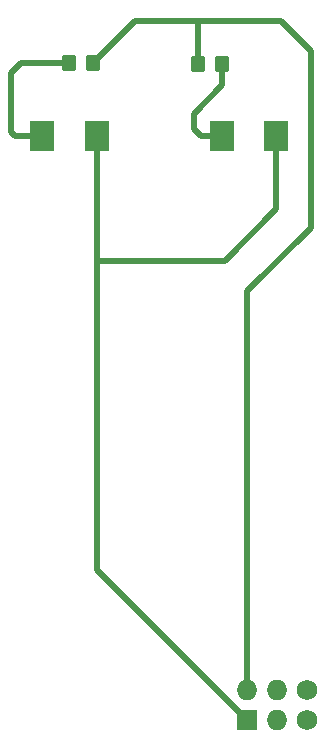
<source format=gbl>
G04 #@! TF.GenerationSoftware,KiCad,Pcbnew,8.0.3*
G04 #@! TF.CreationDate,2024-07-03T11:21:14-05:00*
G04 #@! TF.ProjectId,JiggleBilly,4a696767-6c65-4426-996c-6c792e6b6963,rev?*
G04 #@! TF.SameCoordinates,Original*
G04 #@! TF.FileFunction,Copper,L2,Bot*
G04 #@! TF.FilePolarity,Positive*
%FSLAX46Y46*%
G04 Gerber Fmt 4.6, Leading zero omitted, Abs format (unit mm)*
G04 Created by KiCad (PCBNEW 8.0.3) date 2024-07-03 11:21:14*
%MOMM*%
%LPD*%
G01*
G04 APERTURE LIST*
G04 Aperture macros list*
%AMRoundRect*
0 Rectangle with rounded corners*
0 $1 Rounding radius*
0 $2 $3 $4 $5 $6 $7 $8 $9 X,Y pos of 4 corners*
0 Add a 4 corners polygon primitive as box body*
4,1,4,$2,$3,$4,$5,$6,$7,$8,$9,$2,$3,0*
0 Add four circle primitives for the rounded corners*
1,1,$1+$1,$2,$3*
1,1,$1+$1,$4,$5*
1,1,$1+$1,$6,$7*
1,1,$1+$1,$8,$9*
0 Add four rect primitives between the rounded corners*
20,1,$1+$1,$2,$3,$4,$5,0*
20,1,$1+$1,$4,$5,$6,$7,0*
20,1,$1+$1,$6,$7,$8,$9,0*
20,1,$1+$1,$8,$9,$2,$3,0*%
G04 Aperture macros list end*
G04 #@! TA.AperFunction,ComponentPad*
%ADD10O,1.727200X1.727200*%
G04 #@! TD*
G04 #@! TA.AperFunction,ComponentPad*
%ADD11R,1.727200X1.727200*%
G04 #@! TD*
G04 #@! TA.AperFunction,ComponentPad*
%ADD12C,1.727200*%
G04 #@! TD*
G04 #@! TA.AperFunction,SMDPad,CuDef*
%ADD13R,2.000000X2.500000*%
G04 #@! TD*
G04 #@! TA.AperFunction,SMDPad,CuDef*
%ADD14RoundRect,0.250000X0.350000X0.450000X-0.350000X0.450000X-0.350000X-0.450000X0.350000X-0.450000X0*%
G04 #@! TD*
G04 #@! TA.AperFunction,SMDPad,CuDef*
%ADD15RoundRect,0.250000X-0.350000X-0.450000X0.350000X-0.450000X0.350000X0.450000X-0.350000X0.450000X0*%
G04 #@! TD*
G04 #@! TA.AperFunction,Conductor*
%ADD16C,0.500000*%
G04 #@! TD*
G04 APERTURE END LIST*
D10*
X116531700Y-136430700D03*
D11*
X116531700Y-138970700D03*
D10*
X119071700Y-136430700D03*
X119071700Y-138970700D03*
D12*
X121611700Y-136430700D03*
X121611700Y-138970700D03*
D13*
X119014000Y-89500000D03*
X114414000Y-89500000D03*
D14*
X103489000Y-83312000D03*
X101489000Y-83312000D03*
D13*
X103800000Y-89500000D03*
X99200000Y-89500000D03*
D15*
X112411000Y-83439000D03*
X114411000Y-83439000D03*
D16*
X99200000Y-89500000D02*
X96866000Y-89500000D01*
X97409000Y-83312000D02*
X101489000Y-83312000D01*
X96520000Y-84201000D02*
X97409000Y-83312000D01*
X96866000Y-89500000D02*
X96520000Y-89154000D01*
X96520000Y-89154000D02*
X96520000Y-84201000D01*
X116531700Y-138970700D02*
X103800000Y-126239000D01*
X103800000Y-126239000D02*
X103800000Y-100076000D01*
X103800000Y-100076000D02*
X103800000Y-89500000D01*
X119014000Y-95743000D02*
X114681000Y-100076000D01*
X114681000Y-100076000D02*
X103800000Y-100076000D01*
X119014000Y-89500000D02*
X119014000Y-95743000D01*
X114411000Y-85233000D02*
X114411000Y-83439000D01*
X112014000Y-87630000D02*
X114411000Y-85233000D01*
X112014000Y-88900000D02*
X112014000Y-87630000D01*
X114414000Y-89500000D02*
X112614000Y-89500000D01*
X112614000Y-89500000D02*
X112014000Y-88900000D01*
X112411000Y-83439000D02*
X112411000Y-79899000D01*
X116531700Y-102670300D02*
X121920000Y-97282000D01*
X119380000Y-79756000D02*
X112268000Y-79756000D01*
X121920000Y-97282000D02*
X121920000Y-82296000D01*
X112411000Y-79899000D02*
X112268000Y-79756000D01*
X121920000Y-82296000D02*
X119380000Y-79756000D01*
X107045000Y-79756000D02*
X103489000Y-83312000D01*
X112268000Y-79756000D02*
X107045000Y-79756000D01*
X116531700Y-136430700D02*
X116531700Y-102670300D01*
M02*

</source>
